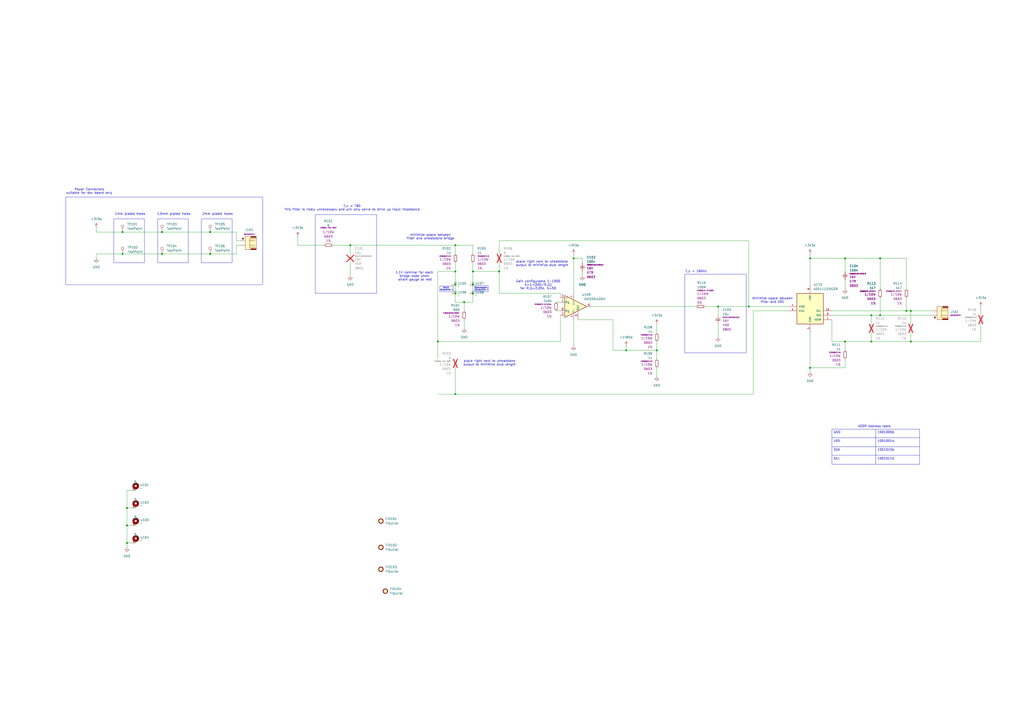
<source format=kicad_sch>
(kicad_sch (version 20250114) (generator "eeschema") (generator_version "9.0")
  (paper "A2")
  (lib_symbols
    (symbol "Amplifier_Instrumentation:INA333xxDGK" (pin_names (offset 0.127))
      (property "Reference" "U" (at 3.81 3.175 0))
      (property "Value" "INA333xxDGK" (at 3.81 -3.175 0))
      (symbol "INA333xxDGK_0_1"
        (polyline (pts (xy 7.62 0) (xy -5.08 6.35) (xy -5.08 -6.35) (xy 7.62 0)) (stroke (width 0.254)) (fill (type background)))
      )
      (symbol "INA333xxDGK_1_1"
        (pin input line (at -7.62 5.08 0) (length 2.54) (name "+") (number "3"))
        (pin passive line (at -7.62 2.54 0) (length 2.54) (name "Rg") (number "1"))
        (pin passive line (at -7.62 -2.54 0) (length 2.54) (name "Rg") (number "8"))
        (pin input line (at -7.62 -5.08 0) (length 2.54) (name "-") (number "2"))
        (pin power_in line (at 0 7.62 270) (length 3.81) (name "V+") (number "7"))
        (pin power_in line (at 0 -7.62 90) (length 3.81) (name "V-") (number "4"))
        (pin input line (at 2.54 -7.62 90) (length 5.08) (name "Ref") (number "5"))
        (pin output line (at 10.16 0 180) (length 2.54) (name "~") (number "6"))
      )
    )
    (symbol "Capacitor 12V Picogrid:22u" (pin_numbers (hide yes)) (pin_names (hide yes))
      (property "Reference" "C" (at 1.905 1.905 0))
      (property "Value" "22u" (at 1.905 0 0))
      (property "Mfr PN" "GMC21X5R226M16NT" (at 1.905 -1.905 0))
      (property "Voltage" "16V" (at 1.905 -3.81 0))
      (property "Dielectric" "X5R" (at 1.905 -5.715 0))
      (property "Package" "0805" (at 1.905 -7.62 0))
      (symbol "22u_0_1"
        (polyline (pts (xy -1.27 -2.159) (xy 1.27 -2.159)) (stroke (width 0.254)))
        (polyline (pts (xy -1.27 -2.921) (xy 1.27 -2.921)) (stroke (width 0.254)))
      )
      (symbol "22u_1_1"
        (pin passive line (at 0 0 270) (length 2.1) (name "+") (number "1"))
        (pin passive line (at 0 -5.08 90) (length 2.1) (name "-") (number "2"))
      )
    )
    (symbol "Connector:TestPoint" (pin_numbers (hide yes)) (pin_names (offset 0.762) (hide yes))
      (property "Reference" "TP" (at 0 6.858 0))
      (property "Value" "TestPoint" (at 0 5.08 0))
      (symbol "TestPoint_0_1"
        (circle (center 0 3.302) (radius 0.762))
      )
      (symbol "TestPoint_1_1"
        (pin passive line (at 0 0 90) (length 2.54) (name "1") (number "1"))
      )
    )
    (symbol "power:+3V3" (power) (pin_numbers (hide yes)) (pin_names (offset 0) (hide yes))
      (property "Value" "+3V3" (at 0 3.556 0))
      (symbol "+3V3_0_1"
        (polyline (pts (xy -0.762 1.27) (xy 0 2.54)))
        (polyline (pts (xy 0 2.54) (xy 0.762 1.27)))
        (polyline (pts (xy 0 0) (xy 0 2.54)))
      )
      (symbol "+3V3_1_1"
        (pin power_in line (at 0 0 90) (length 0) (name "~") (number "1"))
      )
    )
    (symbol "power:GND" (power) (pin_numbers (hide yes)) (pin_names (offset 0) (hide yes))
      (property "Value" "GND" (at 0 -3.81 0))
      (symbol "GND_0_1"
        (polyline (pts (xy 0 0) (xy 0 -1.27) (xy 1.27 -1.27) (xy 0 -2.54) (xy -1.27 -1.27) (xy 0 -1.27)))
      )
      (symbol "GND_1_1"
        (pin power_in line (at 0 0 270) (length 0) (name "~") (number "1"))
      )
    )
    (symbol "ulib_ADC_12b_16ch:ADS1113IDGSR" (pin_names (offset 1.016))
      (property "Reference" "U" (at 9.398 -20.066 0))
      (property "Value" "ADS1113IDGSR" (at 9.398 -22.86 0))
      (symbol "ADS1113IDGSR_0_0"
        (pin input line (at -5.08 -7.62 0) (length 5.08) (name "AIN0") (number "4"))
        (pin input line (at -5.08 -10.16 0) (length 5.08) (name "AIN1") (number "5"))
        (pin power_in line (at 7.62 5.08 270) (length 5.08) (name "VDD") (number "8"))
        (pin power_in line (at 7.62 -22.86 90) (length 5.08) (name "GND") (number "3"))
        (pin input line (at 20.32 -10.16 180) (length 5.08) (name "SCL") (number "10"))
        (pin bidirectional line (at 20.32 -12.7 180) (length 5.08) (name "SDA") (number "9"))
        (pin input line (at 20.32 -15.24 180) (length 5.08) (name "ADDR") (number "1"))
      )
      (symbol "ADS1113IDGSR_0_1"
        (rectangle (start 0 0) (end 15.24 -17.78) (stroke (width 0.254)) (fill (type background)))
      )
    )
    (symbol "ulib_Capacitor_SMD_250V:470p" (pin_numbers (hide yes)) (pin_names (hide yes))
      (property "Reference" "C" (at 1.905 1.905 0))
      (property "Value" "470p" (at 1.905 0 0))
      (property "Mfr PN" "C0603C471JAGACAUTO" (at 1.905 -1.905 0))
      (property "Voltage" "250V" (at 1.905 -3.81 0))
      (property "Dielectric" "C0G" (at 1.905 -5.715 0))
      (property "Package" "0603" (at 1.905 -7.62 0))
      (symbol "470p_0_1"
        (polyline (pts (xy -1.27 -2.159) (xy 1.27 -2.159)) (stroke (width 0.254)))
        (polyline (pts (xy -1.27 -2.921) (xy 1.27 -2.921)) (stroke (width 0.254)))
      )
      (symbol "470p_1_1"
        (pin passive line (at 0 0 270) (length 2.1) (name "+") (number "1"))
        (pin passive line (at 0 -5.08 90) (length 2.1) (name "-") (number "2"))
      )
    )
    (symbol "ulib_Connectors_DuraClik:502352-0210" (pin_numbers (hide yes)) (pin_names (hide yes))
      (property "Reference" "J" (at 0 -10.16 0))
      (property "Mfr PN" "5023520210" (at 1.27 -3.175 0))
      (symbol "502352-0210_0_1"
        (polyline (pts (xy -1.27 -8.89) (xy -1.27 -5.08) (xy 3.81 -5.08) (xy 3.81 -8.89)))
      )
      (symbol "502352-0210_1_1"
        (rectangle (start -2.54 -8.89) (end -1.905 -5.715) (fill (type outline)))
        (rectangle (start -2.54 -8.89) (end 5.08 -2.54) (fill (type background)))
        (circle (center -1.27 -1.27) (radius 0.0001) (stroke (width 1)) (fill (type outline)))
        (polyline (pts (xy 0 -5.08) (xy 0 -8.255)))
        (polyline (pts (xy 2.54 -5.08) (xy 2.54 -8.255)))
        (rectangle (start 4.445 -8.89) (end 5.08 -5.715) (fill (type outline)))
        (pin passive line (at 0 0 270) (length 2.54) (name "1") (number "1"))
        (pin passive line (at 2.54 0 270) (length 2.54) (name "2") (number "2"))
      )
    )
    (symbol "ulib_Mounting_Holes:Fiducial"
      (property "Reference" "FID" (at 0 5.08 0))
      (property "Value" "Fiducial" (at 0 3.175 0))
      (symbol "Fiducial_0_1"
        (circle (center 0 0) (radius 1.27) (stroke (width 0.508)) (fill (type background)))
      )
    )
    (symbol "ulib_Mounting_Holes:M2 Pad"
      (property "Reference" "U" (at 2.032 4.064 0))
      (symbol "M2 Pad_0_1"
        (circle (center 0 0) (radius 1.27) (stroke (width 1.27)))
      )
      (symbol "M2 Pad_1_1"
        (pin input line (at 0 -2.54 90) (length 2.54) (name "MP") (number "MP"))
      )
    )
    (symbol "ulib_Resistor_SMD_0.1W:0" (pin_numbers (hide yes)) (pin_names (hide yes))
      (property "Reference" "R" (at 1.905 1.905 0))
      (property "Value" "0" (at 1.905 0 0))
      (property "Mfr PN" "CR0603-10W-000T" (at 1.905 -1.905 0))
      (property "Power" "1/10W" (at 1.905 -3.81 0))
      (property "Package" "0603" (at 1.905 -7.62 0))
      (property "Tolerance" "1%" (at 1.905 -5.715 0))
      (symbol "0_0_1"
        (rectangle (start -0.762 -0.762) (end 0.762 -4.318) (stroke (width 0.2032)))
      )
      (symbol "0_1_1"
        (pin passive line (at 0 0 270) (length 0.762) (name "~") (number "1"))
        (pin passive line (at 0 -5.08 90) (length 0.762) (name "~") (number "2"))
      )
    )
    (symbol "ulib_TestPoints:Pad_0.15mm"
      (property "Reference" "U" (at 1.524 1.524 0))
      (symbol "Pad_0.15mm_0_1"
        (circle (center 0 0) (radius 0.508))
      )
      (symbol "Pad_0.15mm_1_1"
        (pin passive line (at 0 0 90) (length 0) (name "1") (number "1"))
      )
    )
  )
  (rectangle (start 38.1 114.3) (end 152.4 165.1))
  (rectangle (start 116.84 127) (end 134.62 152.4))
  (rectangle (start 275.3516 165.8004) (end 283.208 169.1613))
  (rectangle (start 66.04 127) (end 83.82 152.4))
  (rectangle (start 182.88 124.46) (end 218.44 170.18))
  (rectangle (start 397.256 159.004) (end 432.816 204.724))
  (rectangle (start 255.1356 165.9157) (end 263.0173 169.2592))
  (rectangle (start 91.44 127) (end 109.22 152.4))
  (text "Power Connectors\nsuitable for dev board only" (at 51.816 110.998 0) (effects (font (size 1.27 1.27))))
  (text "minimize space between\nfilter and ADC\n" (at 448.056 174.244 0) (effects (font (size 1.27 1.27))))
  (text "Strain \nSerpentine 1" (at 259.08 167.64 0) (effects (font (size 0.762 0.762))))
  (text "minimize space between\nfilter and wheatstone bridge" (at 249.682 137.414 0) (effects (font (size 1.27 1.27))))
  (text "2mm plated holes\n" (at 126.238 124.206 0) (effects (font (size 1.27 1.27))))
  (text "place right next to wheatstone\noutput to minimize stub length" (at 314.452 152.908 0) (effects (font (size 1.27 1.27))))
  (text "place right next to wheatstone\noutput to minimize stub length" (at 283.972 210.566 0) (effects (font (size 1.27 1.27))))
  (text "Gain configurable 1-1000\nG=1+(50k/R_G)\nfor R_G=2.05k, G=50" (at 312.166 165.354 0) (effects (font (size 1.27 1.27))))
  (text "f_c = TBD\nThis filter is likely unnecessary and will only serve to drive up input impedance" (at 204.216 120.65 0) (effects (font (size 1.27 1.27))))
  (text "1.5mm plated holes\n" (at 100.838 124.206 0) (effects (font (size 1.27 1.27))))
  (text "1mm plated holes\n" (at 75.438 124.206 0) (effects (font (size 1.27 1.27))))
  (text "1.1V nominal for each \nbridge node when \nstrain gauge at rest" (at 240.792 160.274 0) (effects (font (size 1.27 1.27))))
  (text "ADDR Address table" (at 507.238 247.396 0) (effects (font (size 1.27 1.27))))
  (text "Compression \nSerpentine 1" (at 279.4 167.64 0) (effects (font (size 0.762 0.762))))
  (text "f_c = 160Hz" (at 403.86 157.48 0) (effects (font (size 1.27 1.27))))
  (junction (at 93.98 134.62))
  (junction (at 274.32 170.1806))
  (junction (at 289.56 157.48))
  (junction (at 73.66 314.96))
  (junction (at 528.32 180.34))
  (junction (at 363.22 203.2))
  (junction (at 264.16 142.24))
  (junction (at 525.78 180.34))
  (junction (at 269.24 175.26))
  (junction (at 469.9 213.36))
  (junction (at 490.22 149.86))
  (junction (at 416.56 177.8))
  (junction (at 264.16 165.1))
  (junction (at 264.16 170.18))
  (junction (at 505.46 198.12))
  (junction (at 528.32 198.12))
  (junction (at 264.16 228.6))
  (junction (at 274.32 165.1))
  (junction (at 121.92 147.32))
  (junction (at 510.54 149.86))
  (junction (at 490.22 198.12))
  (junction (at 73.66 294.64))
  (junction (at 71.12 147.32))
  (junction (at 93.98 147.32))
  (junction (at 73.66 304.8))
  (junction (at 203.2 142.24))
  (junction (at 71.12 134.62))
  (junction (at 264.16 157.48))
  (junction (at 121.92 134.62))
  (junction (at 274.32 157.48))
  (junction (at 469.9 149.86))
  (junction (at 332.74 149.86))
  (junction (at 434.34 177.8))
  (junction (at 254 198.12))
  (junction (at 505.46 182.88))
  (junction (at 381 203.2))
  (junction (at 510.54 182.88))
  (wire (pts (xy 490.22 203.2) (xy 490.22 198.12)))
  (wire (pts (xy 342.9 177.8) (xy 403.86 177.8)))
  (wire (pts (xy 137.16 142.24) (xy 139.7 142.24)))
  (wire (pts (xy 121.92 134.62) (xy 137.16 134.62)))
  (wire (pts (xy 528.32 180.34) (xy 528.32 187.96)))
  (wire (pts (xy 469.9 215.9) (xy 469.9 213.36)))
  (wire (pts (xy 322.58 180.34) (xy 325.12 180.34)))
  (wire (pts (xy 73.66 294.64) (xy 73.66 304.8)))
  (wire (pts (xy 93.98 134.62) (xy 121.92 134.62)))
  (wire (pts (xy 274.32 152.4) (xy 274.32 157.48)))
  (wire (pts (xy 289.56 157.48) (xy 289.56 170.18)))
  (wire (pts (xy 274.32 165.1) (xy 274.32 170.1806)))
  (wire (pts (xy 269.24 175.26) (xy 269.24 180.34)))
  (wire (pts (xy 355.6 203.2) (xy 363.22 203.2)))
  (wire (pts (xy 55.88 134.62) (xy 71.12 134.62)))
  (wire (pts (xy 436.88 228.6) (xy 264.16 228.6)))
  (wire (pts (xy 289.56 147.32) (xy 289.56 139.7)))
  (wire (pts (xy 274.32 157.48) (xy 274.32 165.1)))
  (wire (pts (xy 73.66 304.8) (xy 73.66 314.96)))
  (wire (pts (xy 510.54 182.88) (xy 541.02 182.88)))
  (wire (pts (xy 71.12 147.32) (xy 93.98 147.32)))
  (wire (pts (xy 172.72 137.16) (xy 172.72 142.24)))
  (wire (pts (xy 73.66 294.64) (xy 78.74 294.64)))
  (wire (pts (xy 408.94 177.8) (xy 416.56 177.8)))
  (wire (pts (xy 203.2 142.24) (xy 264.16 142.24)))
  (wire (pts (xy 78.74 284.48) (xy 73.66 284.48)))
  (wire (pts (xy 254 157.48) (xy 254 198.12)))
  (wire (pts (xy 335.28 185.42) (xy 355.6 185.42)))
  (wire (pts (xy 137.16 134.62) (xy 137.16 139.7)))
  (wire (pts (xy 264.16 165.1) (xy 264.16 170.18)))
  (wire (pts (xy 355.6 203.2) (xy 355.6 185.42)))
  (wire (pts (xy 490.22 162.56) (xy 490.22 167.64)))
  (wire (pts (xy 381 187.96) (xy 381 193.04)))
  (wire (pts (xy 172.72 142.24) (xy 187.96 142.24)))
  (wire (pts (xy 525.78 172.72) (xy 525.78 180.34)))
  (wire (pts (xy 482.6 182.88) (xy 505.46 182.88)))
  (wire (pts (xy 203.2 152.4) (xy 203.2 160.02)))
  (wire (pts (xy 505.46 182.88) (xy 510.54 182.88)))
  (wire (pts (xy 289.56 139.7) (xy 434.34 139.7)))
  (wire (pts (xy 264.16 228.6) (xy 264.16 213.36)))
  (wire (pts (xy 274.32 170.1806) (xy 274.32 175.26)))
  (wire (pts (xy 337.82 152.4) (xy 337.82 149.86)))
  (wire (pts (xy 71.12 134.62) (xy 93.98 134.62)))
  (wire (pts (xy 381 198.12) (xy 381 203.2)))
  (wire (pts (xy 203.2 142.24) (xy 203.2 147.32)))
  (wire (pts (xy 525.78 180.34) (xy 528.32 180.34)))
  (wire (pts (xy 469.9 149.86) (xy 490.22 149.86)))
  (wire (pts (xy 274.32 142.24) (xy 274.32 147.32)))
  (wire (pts (xy 469.9 213.36) (xy 490.22 213.36)))
  (wire (pts (xy 436.88 180.34) (xy 457.2 180.34)))
  (wire (pts (xy 269.24 175.26) (xy 274.32 175.26)))
  (wire (pts (xy 264.16 228.6) (xy 254 228.6)))
  (wire (pts (xy 289.56 170.18) (xy 325.12 170.18)))
  (wire (pts (xy 93.98 147.32) (xy 121.92 147.32)))
  (wire (pts (xy 325.12 170.18) (xy 325.12 172.72)))
  (wire (pts (xy 337.82 157.48) (xy 337.82 160.02)))
  (wire (pts (xy 289.56 157.48) (xy 289.56 152.4)))
  (wire (pts (xy 505.46 198.12) (xy 490.22 198.12)))
  (wire (pts (xy 469.9 193.04) (xy 469.9 213.36)))
  (wire (pts (xy 73.66 284.48) (xy 73.66 294.64)))
  (wire (pts (xy 568.96 187.96) (xy 568.96 198.12)))
  (wire (pts (xy 381 213.36) (xy 381 218.44)))
  (wire (pts (xy 254 208.28) (xy 254 198.12)))
  (wire (pts (xy 363.22 203.2) (xy 381 203.2)))
  (wire (pts (xy 528.32 180.34) (xy 541.02 180.34)))
  (wire (pts (xy 55.88 147.32) (xy 71.12 147.32)))
  (wire (pts (xy 525.78 167.64) (xy 525.78 149.86)))
  (wire (pts (xy 332.74 147.32) (xy 332.74 149.86)))
  (wire (pts (xy 490.22 198.12) (xy 482.6 198.12)))
  (wire (pts (xy 264.16 175.26) (xy 269.24 175.26)))
  (wire (pts (xy 482.6 180.34) (xy 525.78 180.34)))
  (wire (pts (xy 121.92 147.32) (xy 137.16 147.32)))
  (wire (pts (xy 505.46 193.04) (xy 505.46 198.12)))
  (wire (pts (xy 381 203.2) (xy 381 208.28)))
  (wire (pts (xy 505.46 182.88) (xy 505.46 187.96)))
  (wire (pts (xy 274.32 157.48) (xy 289.56 157.48)))
  (wire (pts (xy 264.16 170.18) (xy 264.16 175.26)))
  (wire (pts (xy 264.16 157.48) (xy 254 157.48)))
  (wire (pts (xy 510.54 149.86) (xy 525.78 149.86)))
  (wire (pts (xy 78.74 314.96) (xy 73.66 314.96)))
  (wire (pts (xy 332.74 149.86) (xy 332.74 170.18)))
  (wire (pts (xy 264.16 142.24) (xy 274.32 142.24)))
  (wire (pts (xy 436.88 180.34) (xy 436.88 228.6)))
  (wire (pts (xy 73.66 314.96) (xy 73.66 317.5)))
  (wire (pts (xy 490.22 149.86) (xy 510.54 149.86)))
  (wire (pts (xy 264.16 157.48) (xy 264.16 165.1)))
  (wire (pts (xy 482.6 198.12) (xy 482.6 185.42)))
  (wire (pts (xy 269.24 185.42) (xy 269.24 190.5)))
  (wire (pts (xy 363.22 200.66) (xy 363.22 203.2)))
  (wire (pts (xy 469.9 147.32) (xy 469.9 149.86)))
  (wire (pts (xy 434.34 177.8) (xy 457.2 177.8)))
  (wire (pts (xy 490.22 149.86) (xy 490.22 157.48)))
  (wire (pts (xy 264.16 152.4) (xy 264.16 157.48)))
  (wire (pts (xy 528.32 198.12) (xy 505.46 198.12)))
  (wire (pts (xy 254 198.12) (xy 325.12 198.12)))
  (wire (pts (xy 528.32 193.04) (xy 528.32 198.12)))
  (wire (pts (xy 528.32 198.12) (xy 568.96 198.12)))
  (wire (pts (xy 416.56 187.96) (xy 416.56 195.58)))
  (wire (pts (xy 325.12 198.12) (xy 325.12 182.88)))
  (wire (pts (xy 337.82 149.86) (xy 332.74 149.86)))
  (wire (pts (xy 490.22 208.28) (xy 490.22 213.36)))
  (wire (pts (xy 416.56 177.8) (xy 416.56 182.88)))
  (wire (pts (xy 568.96 177.8) (xy 568.96 182.88)))
  (wire (pts (xy 416.56 177.8) (xy 434.34 177.8)))
  (wire (pts (xy 322.58 175.26) (xy 325.12 175.26)))
  (wire (pts (xy 510.54 167.64) (xy 510.54 149.86)))
  (wire (pts (xy 332.74 185.42) (xy 332.74 200.66)))
  (wire (pts (xy 264.16 142.24) (xy 264.16 147.32)))
  (wire (pts (xy 137.16 139.7) (xy 139.7 139.7)))
  (wire (pts (xy 137.16 147.32) (xy 137.16 142.24)))
  (wire (pts (xy 510.54 172.72) (xy 510.54 182.88)))
  (wire (pts (xy 434.34 177.8) (xy 434.34 139.7)))
  (wire (pts (xy 55.88 149.86) (xy 55.88 147.32)))
  (wire (pts (xy 73.66 304.8) (xy 78.74 304.8)))
  (wire (pts (xy 469.9 149.86) (xy 469.9 165.1)))
  (wire (pts (xy 193.04 142.24) (xy 203.2 142.24)))
  (wire (pts (xy 55.88 132.08) (xy 55.88 134.62)))
  (table (column_count 2) (border (external yes) (header yes)) (separators (rows yes) (cols yes)) (column_widths 25.4 25.4) (row_heights 5.08 5.08 5.08 5.08) (cells (table_cell "GND" (at 482.6 248.92 0) (size 25.4 5.08) (margins 0.9525 0.9525 0.9525 0.9525) (span 1 1)) (table_cell "1001000b" (at 508 248.92 0) (size 25.4 5.08) (margins 0.9525 0.9525 0.9525 0.9525) (span 1 1)) (table_cell "VDD" (at 482.6 254 0) (size 25.4 5.08) (margins 0.9525 0.9525 0.9525 0.9525) (span 1 1)) (table_cell "1001001b" (at 508 254 0) (size 25.4 5.08) (margins 0.9525 0.9525 0.9525 0.9525) (span 1 1)) (table_cell "SDA" (at 482.6 259.08 0) (size 25.4 5.08) (margins 0.9525 0.9525 0.9525 0.9525) (span 1 1)) (table_cell "1001010b" (at 508 259.08 0) (size 25.4 5.08) (margins 0.9525 0.9525 0.9525 0.9525) (span 1 1)) (table_cell "SCL" (at 482.6 264.16 0) (size 25.4 5.08) (margins 0.9525 0.9525 0.9525 0.9525) (span 1 1)) (table_cell "1001011b" (at 508 264.16 0) (size 25.4 5.08) (margins 0.9525 0.9525 0.9525 0.9525) (span 1 1))))
  (symbol (lib_id "ulib_Mounting_Holes:Fiducial") (at 220.98 302.26 0) (unit 1)
    (property "Reference" "FID101" (at 223.52 300.9899 0) (effects (justify left)))
    (property "Value" "Fiducial" (at 223.52 303.5299 0) (effects (justify left)))
    (property "Footprint" "ulib_Mechanical:Fiducial_0.5mm_Mask1mm" (effects (hide yes)))
    (property "Description" "Fiducial Marker" (effects (hide yes)))
  )
  (symbol (lib_id "power:+3V3") (at 469.9 147.32 0) (unit 1)
    (property "Reference" "#PWR0114" (effects (hide yes)))
    (property "Value" "+3V3a" (at 469.9 142.24 0))
    (property "Description" "Power symbol creates a global label with name \"+3V3\"" (effects (hide yes)))
  )
  (symbol (lib_id "ulib_Mounting_Holes:M2 Pad") (at 78.74 302.26 0) (unit 1)
    (property "Reference" "U103" (at 81.28 301.6249 0) (effects (justify left)))
    (property "Value" "~" (at 81.28 303.53 0) (effects (justify left)))
    (property "Footprint" "ulib_Mechanical:MountingHole_3.2mm_M2_Pad_Via" (effects (hide yes)))
  )
  (symbol (lib_id "ulib_TestPoints:Pad_0.15mm") (at 264.16 165.1 0) (unit 1)
    (property "Reference" "U105" (at 265.43 164.4649 0) (effects (justify left)))
    (property "Value" "~" (at 265.43 166.37 0) (effects (justify left)))
    (property "Footprint" "TestPoint:TestPoint_Pad_D0.15mm" (effects (hide yes)))
  )
  (symbol (lib_id "power:+3V3") (at 55.88 132.08 0) (unit 1)
    (property "Reference" "#PWR0101" (effects (hide yes)))
    (property "Value" "+3V3a" (at 55.88 127 0))
    (property "Description" "Power symbol creates a global label with name \"+3V3\"" (effects (hide yes)))
  )
  (symbol (lib_id "ulib_Mounting_Holes:Fiducial") (at 220.98 317.5 0) (unit 1)
    (property "Reference" "FID102" (at 223.52 316.2299 0) (effects (justify left)))
    (property "Value" "Fiducial" (at 223.52 318.7699 0) (effects (justify left)))
    (property "Footprint" "ulib_Mechanical:Fiducial_0.5mm_Mask1mm" (effects (hide yes)))
    (property "Description" "Fiducial Marker" (effects (hide yes)))
  )
  (symbol (lib_id "Connector:TestPoint") (at 121.92 147.32 0) (unit 1)
    (property "Reference" "TP106" (at 124.46 142.7479 0) (effects (justify left)))
    (property "Value" "TestPoint" (at 124.46 145.2879 0) (effects (justify left)))
    (property "Footprint" "TestPoint:TestPoint_THTPad_D4.0mm_Drill2.0mm" (effects (hide yes)))
    (property "Description" "test point" (effects (hide yes)))
  )
  (symbol (lib_id "ulib_Resistor_SMD_0.1W:0") (at 408.94 177.8 270) (mirror x) (unit 1)
    (property "Reference" "R110" (at 404.368 164.084 90) (effects (justify left)))
    (property "Value" "100R" (at 404.368 166.624 90) (effects (justify left)))
    (property "Footprint" "ulib_Resistors_SMD:R_0603_1608Metric" (effects (hide yes)))
    (property "Datasheet" "https://page.venkel.com/hubfs/Resources/Datasheets/CR-Series.pdf" (effects (hide yes)))
    (property "Description" "1/10W 0 1% SMD Resistor - Thick Film" (effects (hide yes)))
    (property "Mfr PN" "RC0603JR-07100RL" (at 404.368 168.5291 90) (effects (font (size 0.635 0.635)) (justify left)))
    (property "Power" "1/10W" (at 404.368 170.434 90) (effects (justify left)))
    (property "Package" "0603" (at 404.368 172.974 90) (effects (justify left)))
    (property "Tolerance" "5%" (at 404.368 175.514 90) (effects (justify left)))
  )
  (symbol (lib_id "ulib_Mounting_Holes:M2 Pad") (at 78.74 312.42 0) (unit 1)
    (property "Reference" "U104" (at 81.28 311.7849 0) (effects (justify left)))
    (property "Value" "~" (at 81.28 313.69 0) (effects (justify left)))
    (property "Footprint" "ulib_Mechanical:MountingHole_3.2mm_M2_Pad_Via" (effects (hide yes)))
  )
  (symbol (lib_id "ulib_Resistor_SMD_0.1W:0") (at 264.16 208.28 0) (mirror y) (unit 1) (in_bom no) (dnp yes)
    (property "Reference" "R103" (at 261.62 205.1049 0) (effects (justify left)))
    (property "Value" "0" (at 261.62 207.6449 0) (effects (justify left)))
    (property "Footprint" "ulib_Resistors_SMD:R_0603_1608Metric" (effects (hide yes)))
    (property "Datasheet" "https://page.venkel.com/hubfs/Resources/Datasheets/CR-Series.pdf" (effects (hide yes)))
    (property "Description" "1/10W 0 1% SMD Resistor - Thick Film" (effects (hide yes)))
    (property "Mfr PN" "CR0603-10W-000T" (at 261.62 209.55 0) (effects (font (size 0.635 0.635)) (justify left)))
    (property "Power" "1/10W" (at 261.62 211.4549 0) (effects (justify left)))
    (property "Package" "0603" (at 261.62 213.9949 0) (effects (justify left)))
    (property "Tolerance" "1%" (at 261.62 216.5349 0) (effects (justify left)))
  )
  (symbol (lib_id "ulib_Resistor_SMD_0.1W:0") (at 193.04 142.24 270) (unit 1)
    (property "Reference" "R101" (at 190.5 128.27 90))
    (property "Value" "0" (at 190.5 130.81 90))
    (property "Footprint" "ulib_Resistors_SMD:R_0603_1608Metric" (effects (hide yes)))
    (property "Datasheet" "https://page.venkel.com/hubfs/Resources/Datasheets/CR-Series.pdf" (effects (hide yes)))
    (property "Description" "1/10W 0 1% SMD Resistor - Thick Film" (effects (hide yes)))
    (property "Mfr PN" "CR0603-10W-000T" (at 190.5 132.08 90) (effects (font (size 0.635 0.635))))
    (property "Power" "1/10W" (at 190.5 134.62 90))
    (property "Package" "0603" (at 190.5 137.16 90))
    (property "Tolerance" "1%" (at 190.5 139.7 90))
  )
  (symbol (lib_id "power:+3V3") (at 172.72 137.16 0) (unit 1)
    (property "Reference" "#PWR0104" (effects (hide yes)))
    (property "Value" "+3V3a" (at 172.72 132.08 0))
    (property "Description" "Power symbol creates a global label with name \"+3V3\"" (effects (hide yes)))
  )
  (symbol (lib_id "ulib_Resistor_SMD_0.1W:0") (at 568.96 182.88 0) (mirror y) (unit 1) (in_bom no) (dnp yes)
    (property "Reference" "R116" (at 566.42 179.7049 0) (effects (justify left)))
    (property "Value" "1k" (at 566.42 182.2449 0) (effects (justify left)))
    (property "Footprint" "ulib_Resistors_SMD:R_0603_1608Metric" (effects (hide yes)))
    (property "Datasheet" "https://page.venkel.com/hubfs/Resources/Datasheets/CR-Series.pdf" (effects (hide yes)))
    (property "Description" "1/10W 0 1% SMD Resistor - Thick Film" (effects (hide yes)))
    (property "Mfr PN" "CRG0603F1K0" (at 566.42 184.15 0) (effects (font (size 0.635 0.635)) (justify left)))
    (property "Power" "1/10W" (at 566.42 186.0549 0) (effects (justify left)))
    (property "Package" "0603" (at 566.42 188.5949 0) (effects (justify left)))
    (property "Tolerance" "1%" (at 566.42 191.1349 0) (effects (justify left)))
  )
  (symbol (lib_id "ulib_Mounting_Holes:M2 Pad") (at 78.74 292.1 0) (unit 1)
    (property "Reference" "U102" (at 81.28 291.4649 0) (effects (justify left)))
    (property "Value" "~" (at 81.28 293.37 0) (effects (justify left)))
    (property "Footprint" "ulib_Mechanical:MountingHole_3.2mm_M2_Pad_Via" (effects (hide yes)))
  )
  (symbol (lib_id "Amplifier_Instrumentation:INA333xxDGK") (at 332.74 177.8 0) (unit 1)
    (property "Reference" "U109" (at 340.106 170.942 0))
    (property "Value" "INA333xxDGK" (at 344.932 173.4118 0))
    (property "Footprint" "Package_SO:VSSOP-8_3x3mm_P0.65mm" (effects (hide yes)))
    (property "Datasheet" "https://www.ti.com/lit/ds/symlink/ina333.pdf" (effects (hide yes)))
    (property "Description" "Zero Drift, Micropower Instrumentation Amplifier G = 1 + 100kOhm/Rg, VSSOP-8" (effects (hide yes)))
  )
  (symbol (lib_id "power:GND") (at 381 218.44 0) (mirror y) (unit 1)
    (property "Reference" "#PWR0112" (effects (hide yes)))
    (property "Value" "GND" (at 381 223.52 0))
    (property "Description" "Power symbol creates a global label with name \"GND\" , ground" (effects (hide yes)))
  )
  (symbol (lib_id "power:GND") (at 337.82 160.02 0) (unit 1)
    (property "Reference" "#PWR0109" (effects (hide yes)))
    (property "Value" "GND" (at 337.82 165.1 0))
    (property "Description" "Power symbol creates a global label with name \"GND\" , ground" (effects (hide yes)))
  )
  (symbol (lib_id "ulib_Resistor_SMD_0.1W:0") (at 525.78 167.64 0) (mirror y) (unit 1)
    (property "Reference" "R114" (at 523.24 164.4649 0) (effects (justify left)))
    (property "Value" "4k7" (at 523.24 167.0049 0) (effects (justify left)))
    (property "Footprint" "ulib_Resistors_SMD:R_0603_1608Metric" (effects (hide yes)))
    (property "Datasheet" "https://page.venkel.com/hubfs/Resources/Datasheets/CR-Series.pdf" (effects (hide yes)))
    (property "Description" "1/10W 0 1% SMD Resistor - Thick Film" (effects (hide yes)))
    (property "Mfr PN" "RC0603JR-074K7L" (at 523.24 168.91 0) (effects (font (size 0.635 0.635)) (justify left)))
    (property "Power" "1/10W" (at 523.24 170.8149 0) (effects (justify left)))
    (property "Package" "0603" (at 523.24 173.3549 0) (effects (justify left)))
    (property "Tolerance" "1%" (at 523.24 175.8949 0) (effects (justify left)))
  )
  (symbol (lib_id "ulib_Mounting_Holes:Fiducial") (at 223.52 342.9 0) (unit 1)
    (property "Reference" "FID104" (at 226.06 341.6299 0) (effects (justify left)))
    (property "Value" "Fiducial" (at 226.06 344.1699 0) (effects (justify left)))
    (property "Footprint" "ulib_Mechanical:Fiducial_0.5mm_Mask1mm" (effects (hide yes)))
    (property "Description" "Fiducial Marker" (effects (hide yes)))
  )
  (symbol (lib_id "power:GND") (at 203.2 160.02 0) (unit 1)
    (property "Reference" "#PWR0105" (effects (hide yes)))
    (property "Value" "GND" (at 203.2 165.1 0))
    (property "Description" "Power symbol creates a global label with name \"GND\" , ground" (effects (hide yes)))
  )
  (symbol (lib_id "power:+3V3") (at 332.74 147.32 0) (unit 1)
    (property "Reference" "#PWR0107" (effects (hide yes)))
    (property "Value" "+3V3a" (at 332.74 142.24 0))
    (property "Description" "Power symbol creates a global label with name \"+3V3\"" (effects (hide yes)))
  )
  (symbol (lib_id "ulib_Resistor_SMD_0.1W:0") (at 381 208.28 0) (mirror y) (unit 1)
    (property "Reference" "R109" (at 378.46 205.1049 0) (effects (justify left)))
    (property "Value" "1k" (at 378.46 207.6449 0) (effects (justify left)))
    (property "Footprint" "ulib_Resistors_SMD:R_0603_1608Metric" (effects (hide yes)))
    (property "Datasheet" "https://page.venkel.com/hubfs/Resources/Datasheets/CR-Series.pdf" (effects (hide yes)))
    (property "Description" "1/10W 0 1% SMD Resistor - Thick Film" (effects (hide yes)))
    (property "Mfr PN" "CRG0603F1K0" (at 378.46 209.55 0) (effects (font (size 0.635 0.635)) (justify left)))
    (property "Power" "1/10W" (at 378.46 211.4549 0) (effects (justify left)))
    (property "Package" "0603" (at 378.46 213.9949 0) (effects (justify left)))
    (property "Tolerance" "1%" (at 378.46 216.5349 0) (effects (justify left)))
  )
  (symbol (lib_id "ulib_Resistor_SMD_0.1W:0") (at 381 193.04 0) (mirror y) (unit 1)
    (property "Reference" "R108" (at 378.46 189.8649 0) (effects (justify left)))
    (property "Value" "1k" (at 378.46 192.4049 0) (effects (justify left)))
    (property "Footprint" "ulib_Resistors_SMD:R_0603_1608Metric" (effects (hide yes)))
    (property "Datasheet" "https://page.venkel.com/hubfs/Resources/Datasheets/CR-Series.pdf" (effects (hide yes)))
    (property "Description" "1/10W 0 1% SMD Resistor - Thick Film" (effects (hide yes)))
    (property "Mfr PN" "CRG0603F1K0" (at 378.46 194.31 0) (effects (font (size 0.635 0.635)) (justify left)))
    (property "Power" "1/10W" (at 378.46 196.2149 0) (effects (justify left)))
    (property "Package" "0603" (at 378.46 198.7549 0) (effects (justify left)))
    (property "Tolerance" "1%" (at 378.46 201.2949 0) (effects (justify left)))
  )
  (symbol (lib_id "ulib_Mounting_Holes:Fiducial") (at 220.98 330.2 0) (unit 1)
    (property "Reference" "FID103" (at 223.52 328.9299 0) (effects (justify left)))
    (property "Value" "Fiducial" (at 223.52 331.4699 0) (effects (justify left)))
    (property "Footprint" "ulib_Mechanical:Fiducial_0.5mm_Mask1mm" (effects (hide yes)))
    (property "Description" "Fiducial Marker" (effects (hide yes)))
  )
  (symbol (lib_id "ulib_Resistor_SMD_0.1W:0") (at 289.56 147.32 0) (unit 1) (in_bom no) (dnp yes)
    (property "Reference" "R106" (at 292.1 144.1449 0) (effects (justify left)))
    (property "Value" "0" (at 292.1 146.6849 0) (effects (justify left)))
    (property "Footprint" "ulib_Resistors_SMD:R_0603_1608Metric" (effects (hide yes)))
    (property "Datasheet" "https://page.venkel.com/hubfs/Resources/Datasheets/CR-Series.pdf" (effects (hide yes)))
    (property "Description" "1/10W 0 1% SMD Resistor - Thick Film" (effects (hide yes)))
    (property "Mfr PN" "CR0603-10W-000T" (at 292.1 148.59 0) (effects (font (size 0.635 0.635)) (justify left)))
    (property "Power" "1/10W" (at 292.1 150.4949 0) (effects (justify left)))
    (property "Package" "0603" (at 292.1 153.0349 0) (effects (justify left)))
    (property "Tolerance" "1%" (at 292.1 155.5749 0) (effects (justify left)))
  )
  (symbol (lib_id "power:GND") (at 73.66 317.5 0) (unit 1)
    (property "Reference" "#PWR0103" (effects (hide yes)))
    (property "Value" "GND" (at 73.66 322.58 0))
    (property "Description" "Power symbol creates a global label with name \"GND\" , ground" (effects (hide yes)))
  )
  (symbol (lib_id "ulib_Connectors_DuraClik:502352-0210") (at 541.02 182.88 90) (unit 1)
    (property "Reference" "J102" (at 551.18 180.9749 90) (effects (justify right)))
    (property "Value" "502352-0210" (effects (hide yes)))
    (property "Footprint" "ulib_Connectors_DuraClik:Molex_DuraClik_5023520210_1x02_MP_P2.00mm_Right_Angle" (effects (hide yes)))
    (property "Datasheet" "https://www.literature.molex.com/SQLImages/kelmscott/Molex/PDF_Images/987650-8742.PDF" (effects (hide yes)))
    (property "Description" "DuraClik SMD Header, Single Row, Right-Angle, 2 Circuits, Gold (Au) Plating, Natural, 0.079\" (2.00mm)" (effects (hide yes)))
    (property "Mfr PN" "5023520210" (at 551.18 182.88 90) (effects (font (size 0.635 0.635)) (justify right)))
  )
  (symbol (lib_id "Capacitor 12V Picogrid:22u") (at 203.2 147.32 0) (unit 1) (in_bom no) (dnp yes)
    (property "Reference" "C101" (at 205.74 144.1449 0) (effects (justify left)))
    (property "Value" "10u" (at 205.74 146.6849 0) (effects (justify left)))
    (property "Footprint" "ulib_Capacitor_SMD:C_0805_2012Metric" (effects (hide yes)))
    (property "Datasheet" "http://www.calchipelectronics.com/pdf/gmc_series.pdf" (effects (hide yes)))
    (property "Description" "16V; X5R; 20%; 0805; GMC21X5R226M16NT" (effects (hide yes)))
    (property "Mfr PN" "GMC21X5R226M16NT" (at 205.74 148.59 0) (effects (font (size 0.635 0.635)) (justify left)))
    (property "Voltage" "16V" (at 205.74 150.4949 0) (effects (justify left)))
    (property "Dielectric" "X5R" (at 205.74 153.0349 0) (effects (justify left)))
    (property "Package" "0805" (at 205.74 155.5749 0) (effects (justify left)))
  )
  (symbol (lib_id "ulib_Resistor_SMD_0.1W:0") (at 510.54 167.64 0) (mirror y) (unit 1)
    (property "Reference" "R113" (at 508 164.4649 0) (effects (justify left)))
    (property "Value" "4k7" (at 508 167.0049 0) (effects (justify left)))
    (property "Footprint" "ulib_Resistors_SMD:R_0603_1608Metric" (effects (hide yes)))
    (property "Datasheet" "https://page.venkel.com/hubfs/Resources/Datasheets/CR-Series.pdf" (effects (hide yes)))
    (property "Description" "1/10W 0 1% SMD Resistor - Thick Film" (effects (hide yes)))
    (property "Mfr PN" "RC0603JR-074K7L" (at 508 168.91 0) (effects (font (size 0.635 0.635)) (justify left)))
    (property "Power" "1/10W" (at 508 170.8149 0) (effects (justify left)))
    (property "Package" "0603" (at 508 173.3549 0) (effects (justify left)))
    (property "Tolerance" "1%" (at 508 175.8949 0) (effects (justify left)))
  )
  (symbol (lib_id "Connector:TestPoint") (at 93.98 147.32 0) (unit 1)
    (property "Reference" "TP104" (at 96.52 142.7479 0) (effects (justify left)))
    (property "Value" "TestPoint" (at 96.52 145.2879 0) (effects (justify left)))
    (property "Footprint" "TestPoint:TestPoint_THTPad_D3.0mm_Drill1.5mm" (effects (hide yes)))
    (property "Description" "test point" (effects (hide yes)))
  )
  (symbol (lib_id "ulib_TestPoints:Pad_0.15mm") (at 274.32 165.1 0) (unit 1)
    (property "Reference" "U107" (at 275.59 164.4649 0) (effects (justify left)))
    (property "Value" "~" (at 275.59 166.37 0) (effects (justify left)))
    (property "Footprint" "TestPoint:TestPoint_Pad_D0.15mm" (effects (hide yes)))
  )
  (symbol (lib_id "ulib_Resistor_SMD_0.1W:0") (at 269.24 180.34 0) (mirror y) (unit 1)
    (property "Reference" "R104" (at 266.7 177.1649 0) (effects (justify left)))
    (property "Value" "500" (at 266.7 179.7049 0) (effects (justify left)))
    (property "Footprint" "ulib_Resistors_SMD:R_0603_1608Metric" (effects (hide yes)))
    (property "Datasheet" "https://page.venkel.com/hubfs/Resources/Datasheets/CR-Series.pdf" (effects (hide yes)))
    (property "Description" "1/10W 0 1% SMD Resistor - Thick Film" (effects (hide yes)))
    (property "Mfr PN" "RT0603BRC07500RL" (at 266.7 181.61 0) (effects (font (size 0.635 0.635)) (justify left)))
    (property "Power" "1/10W" (at 266.7 183.5149 0) (effects (justify left)))
    (property "Package" "0603" (at 266.7 186.0549 0) (effects (justify left)))
    (property "Tolerance" "1%" (at 266.7 188.5949 0) (effects (justify left)))
  )
  (symbol (lib_id "power:GND") (at 469.9 215.9 0) (unit 1)
    (property "Reference" "#PWR0115" (effects (hide yes)))
    (property "Value" "GND" (at 469.9 220.98 0))
    (property "Description" "Power symbol creates a global label with name \"GND\" , ground" (effects (hide yes)))
  )
  (symbol (lib_id "ulib_Resistor_SMD_0.1W:0") (at 528.32 187.96 0) (mirror y) (unit 1) (in_bom no) (dnp yes)
    (property "Reference" "R115" (at 525.78 184.7849 0) (effects (justify left)))
    (property "Value" "1k" (at 525.78 187.3249 0) (effects (justify left)))
    (property "Footprint" "ulib_Resistors_SMD:R_0603_1608Metric" (effects (hide yes)))
    (property "Datasheet" "https://page.venkel.com/hubfs/Resources/Datasheets/CR-Series.pdf" (effects (hide yes)))
    (property "Description" "1/10W 0 1% SMD Resistor - Thick Film" (effects (hide yes)))
    (property "Mfr PN" "CRG0603F1K0" (at 525.78 189.23 0) (effects (font (size 0.635 0.635)) (justify left)))
    (property "Power" "1/10W" (at 525.78 191.1349 0) (effects (justify left)))
    (property "Package" "0603" (at 525.78 193.6749 0) (effects (justify left)))
    (property "Tolerance" "1%" (at 525.78 196.2149 0) (effects (justify left)))
  )
  (symbol (lib_id "ulib_Capacitor_SMD_250V:470p") (at 490.22 157.48 0) (unit 1)
    (property "Reference" "C104" (at 492.76 154.3049 0) (effects (justify left)))
    (property "Value" "100n" (at 492.76 156.8449 0) (effects (justify left)))
    (property "Footprint" "ulib_Capacitor_SMD:C_0603_1608Metric" (effects (hide yes)))
    (property "Datasheet" "https://connect.kemet.com:7667/gateway/IntelliData-ComponentDocumentation/1.0/download/datasheet/C0603C471JAGACAUTO" (effects (hide yes)))
    (property "Description" "250V; C0G; 5%; 0603; C0603C471JAGACAUTO" (effects (hide yes)))
    (property "Mfr PN" "C0603C104J4RACTU" (at 492.76 158.75 0) (effects (font (size 0.635 0.635)) (justify left)))
    (property "Voltage" "16V" (at 492.76 160.6549 0) (effects (justify left)))
    (property "Dielectric" "X7R" (at 492.76 163.1949 0) (effects (justify left)))
    (property "Package" "0603" (at 492.76 165.7349 0) (effects (justify left)))
  )
  (symbol (lib_id "ulib_Resistor_SMD_0.1W:0") (at 264.16 147.32 0) (mirror y) (unit 1)
    (property "Reference" "R102" (at 261.62 144.1449 0) (effects (justify left)))
    (property "Value" "1k" (at 261.62 146.6849 0) (effects (justify left)))
    (property "Footprint" "ulib_Resistors_SMD:R_0603_1608Metric" (effects (hide yes)))
    (property "Datasheet" "https://page.venkel.com/hubfs/Resources/Datasheets/CR-Series.pdf" (effects (hide yes)))
    (property "Description" "1/10W 0 1% SMD Resistor - Thick Film" (effects (hide yes)))
    (property "Mfr PN" "CRG0603F1K0" (at 261.62 148.59 0) (effects (font (size 0.635 0.635)) (justify left)))
    (property "Power" "1/10W" (at 261.62 150.4949 0) (effects (justify left)))
    (property "Package" "0603" (at 261.62 153.0349 0) (effects (justify left)))
    (property "Tolerance" "1%" (at 261.62 155.5749 0) (effects (justify left)))
  )
  (symbol (lib_id "ulib_Connectors_DuraClik:502352-0210") (at 139.7 139.7 90) (mirror x) (unit 1)
    (property "Reference" "J101" (at 144.53 133.35 90))
    (property "Value" "502352-0210" (effects (hide yes)))
    (property "Footprint" "ulib_Connectors_DuraClik:Molex_DuraClik_5023520210_1x02_MP_P2.00mm_Right_Angle" (effects (hide yes)))
    (property "Datasheet" "https://www.literature.molex.com/SQLImages/kelmscott/Molex/PDF_Images/987650-8742.PDF" (effects (hide yes)))
    (property "Description" "DuraClik SMD Header, Single Row, Right-Angle, 2 Circuits, Gold (Au) Plating, Natural, 0.079\" (2.00mm)" (effects (hide yes)))
    (property "Mfr PN" "5023520210" (at 144.53 135.89 90) (effects (font (size 0.635 0.635))))
  )
  (symbol (lib_id "ulib_Resistor_SMD_0.1W:0") (at 322.58 175.26 0) (mirror y) (unit 1)
    (property "Reference" "R107" (at 320.04 172.0849 0) (effects (justify left)))
    (property "Value" "2k05" (at 320.04 174.6249 0) (effects (justify left)))
    (property "Footprint" "ulib_Resistors_SMD:R_0603_1608Metric" (effects (hide yes)))
    (property "Datasheet" "https://page.venkel.com/hubfs/Resources/Datasheets/CR-Series.pdf" (effects (hide yes)))
    (property "Description" "1/10W 0 1% SMD Resistor - Thick Film" (effects (hide yes)))
    (property "Mfr PN" "RC0603FR-072K05L" (at 320.04 176.53 0) (effects (font (size 0.635 0.635)) (justify left)))
    (property "Power" "1/10W" (at 320.04 178.4349 0) (effects (justify left)))
    (property "Package" "0603" (at 320.04 180.9749 0) (effects (justify left)))
    (property "Tolerance" "1%" (at 320.04 183.5149 0) (effects (justify left)))
  )
  (symbol (lib_id "power:+3V3") (at 381 187.96 0) (mirror y) (unit 1)
    (property "Reference" "#PWR0111" (effects (hide yes)))
    (property "Value" "+3V3a" (at 381 182.88 0))
    (property "Description" "Power symbol creates a global label with name \"+3V3\"" (effects (hide yes)))
  )
  (symbol (lib_id "power:GND") (at 332.74 200.66 0) (unit 1)
    (property "Reference" "#PWR0108" (effects (hide yes)))
    (property "Value" "GND" (at 332.74 205.74 0))
    (property "Description" "Power symbol creates a global label with name \"GND\" , ground" (effects (hide yes)))
  )
  (symbol (lib_id "ulib_Mounting_Holes:M2 Pad") (at 78.74 281.94 0) (unit 1)
    (property "Reference" "U101" (at 81.28 281.3049 0) (effects (justify left)))
    (property "Value" "~" (at 81.28 283.21 0) (effects (justify left)))
    (property "Footprint" "ulib_Mechanical:MountingHole_3.2mm_M2_Pad_Via" (effects (hide yes)))
  )
  (symbol (lib_id "ulib_ADC_12b_16ch:ADS1113IDGSR") (at 462.28 170.18 0) (unit 1)
    (property "Reference" "U110" (at 471.8686 165.1 0) (effects (justify left)))
    (property "Value" "ADS1113IDGSR" (at 471.8686 167.64 0) (effects (justify left)))
    (property "Footprint" "ulib_Package_SO:SOP50P490X110-10N" (effects (hide yes)))
  )
  (symbol (lib_id "Connector:TestPoint") (at 71.12 134.62 0) (unit 1)
    (property "Reference" "TP101" (at 73.66 130.0479 0) (effects (justify left)))
    (property "Value" "TestPoint" (at 73.66 132.5879 0) (effects (justify left)))
    (property "Footprint" "TestPoint:TestPoint_THTPad_D2.0mm_Drill1.0mm" (effects (hide yes)))
    (property "Description" "test point" (effects (hide yes)))
  )
  (symbol (lib_id "power:GND") (at 490.22 167.64 0) (unit 1)
    (property "Reference" "#PWR0116" (effects (hide yes)))
    (property "Value" "GND" (at 490.22 172.72 0))
    (property "Description" "Power symbol creates a global label with name \"GND\" , ground" (effects (hide yes)))
  )
  (symbol (lib_id "power:GND") (at 55.88 149.86 0) (unit 1)
    (property "Reference" "#PWR0102" (effects (hide yes)))
    (property "Value" "GND" (at 55.88 154.94 0))
    (property "Description" "Power symbol creates a global label with name \"GND\" , ground" (effects (hide yes)))
  )
  (symbol (lib_id "Connector:TestPoint") (at 93.98 134.62 0) (unit 1)
    (property "Reference" "TP103" (at 96.52 130.0479 0) (effects (justify left)))
    (property "Value" "TestPoint" (at 96.52 132.5879 0) (effects (justify left)))
    (property "Footprint" "TestPoint:TestPoint_THTPad_D3.0mm_Drill1.5mm" (effects (hide yes)))
    (property "Description" "test point" (effects (hide yes)))
  )
  (symbol (lib_id "Connector:TestPoint") (at 71.12 147.32 0) (unit 1)
    (property "Reference" "TP102" (at 73.914 143.51 0) (effects (justify left)))
    (property "Value" "TestPoint" (at 73.914 146.05 0) (effects (justify left)))
    (property "Footprint" "TestPoint:TestPoint_THTPad_D2.0mm_Drill1.0mm" (effects (hide yes)))
    (property "Description" "test point" (effects (hide yes)))
  )
  (symbol (lib_id "ulib_Capacitor_SMD_250V:470p") (at 337.82 152.4 0) (unit 1)
    (property "Reference" "C102" (at 340.36 149.2249 0) (effects (justify left)))
    (property "Value" "100n" (at 340.36 151.7649 0) (effects (justify left)))
    (property "Footprint" "ulib_Capacitor_SMD:C_0603_1608Metric" (effects (hide yes)))
    (property "Datasheet" "https://connect.kemet.com:7667/gateway/IntelliData-ComponentDocumentation/1.0/download/datasheet/C0603C471JAGACAUTO" (effects (hide yes)))
    (property "Description" "250V; C0G; 5%; 0603; C0603C471JAGACAUTO" (effects (hide yes)))
    (property "Mfr PN" "C0603C104J4RACTU" (at 340.36 153.67 0) (effects (font (size 0.635 0.635)) (justify left)))
    (property "Voltage" "16V" (at 340.36 155.5749 0) (effects (justify left)))
    (property "Dielectric" "X7R" (at 340.36 158.1149 0) (effects (justify left)))
    (property "Package" "0603" (at 340.36 160.6549 0) (effects (justify left)))
  )
  (symbol (lib_id "ulib_Resistor_SMD_0.1W:0") (at 490.22 203.2 0) (mirror y) (unit 1)
    (property "Reference" "R111" (at 487.68 200.0249 0) (effects (justify left)))
    (property "Value" "1k" (at 487.68 202.5649 0) (effects (justify left)))
    (property "Footprint" "ulib_Resistors_SMD:R_0603_1608Metric" (effects (hide yes)))
    (property "Datasheet" "https://page.venkel.com/hubfs/Resources/Datasheets/CR-Series.pdf" (effects (hide yes)))
    (property "Description" "1/10W 0 1% SMD Resistor - Thick Film" (effects (hide yes)))
    (property "Mfr PN" "CRG0603F1K0" (at 487.68 204.47 0) (effects (font (size 0.635 0.635)) (justify left)))
    (property "Power" "1/10W" (at 487.68 206.3749 0) (effects (justify left)))
    (property "Package" "0603" (at 487.68 208.9149 0) (effects (justify left)))
    (property "Tolerance" "1%" (at 487.68 211.4549 0) (effects (justify left)))
  )
  (symbol (lib_id "ulib_TestPoints:Pad_0.15mm") (at 274.32 170.1806 0) (unit 1)
    (property "Reference" "U108" (at 275.59 169.5455 0) (effects (justify left)))
    (property "Value" "~" (at 275.59 171.4506 0) (effects (justify left)))
    (property "Footprint" "TestPoint:TestPoint_Pad_D0.15mm" (effects (hide yes)))
  )
  (symbol (lib_id "power:+3V3") (at 568.96 177.8 0) (unit 1)
    (property "Reference" "#PWR0117" (effects (hide yes)))
    (property "Value" "+3V3a" (at 568.96 172.72 0))
    (property "Description" "Power symbol creates a global label with name \"+3V3\"" (effects (hide yes)))
  )
  (symbol (lib_id "power:+3V3") (at 363.22 200.66 0) (mirror y) (unit 1)
    (property "Reference" "#PWR0110" (effects (hide yes)))
    (property "Value" "+1V65a" (at 363.22 195.58 0))
    (property "Description" "Power symbol creates a global label with name \"+3V3\"" (effects (hide yes)))
  )
  (symbol (lib_id "power:GND") (at 269.24 190.5 0) (unit 1)
    (property "Reference" "#PWR0106" (effects (hide yes)))
    (property "Value" "GND" (at 269.24 195.58 0))
    (property "Description" "Power symbol creates a global label with name \"GND\" , ground" (effects (hide yes)))
  )
  (symbol (lib_id "ulib_Resistor_SMD_0.1W:0") (at 505.46 187.96 0) (unit 1) (in_bom no) (dnp yes)
    (property "Reference" "R112" (at 508 184.7849 0) (effects (justify left)))
    (property "Value" "1k" (at 508 187.3249 0) (effects (justify left)))
    (property "Footprint" "ulib_Resistors_SMD:R_0603_1608Metric" (effects (hide yes)))
    (property "Datasheet" "https://page.venkel.com/hubfs/Resources/Datasheets/CR-Series.pdf" (effects (hide yes)))
    (property "Description" "1/10W 0 1% SMD Resistor - Thick Film" (effects (hide yes)))
    (property "Mfr PN" "CRG0603F1K0" (at 508 189.23 0) (effects (font (size 0.635 0.635)) (justify left)))
    (property "Power" "1/10W" (at 508 191.1349 0) (effects (justify left)))
    (property "Package" "0603" (at 508 193.6749 0) (effects (justify left)))
    (property "Tolerance" "1%" (at 508 196.2149 0) (effects (justify left)))
  )
  (symbol (lib_id "ulib_Resistor_SMD_0.1W:0") (at 274.32 147.32 0) (unit 1)
    (property "Reference" "R105" (at 276.86 144.1449 0) (effects (justify left)))
    (property "Value" "1k" (at 276.86 146.6849 0) (effects (justify left)))
    (property "Footprint" "ulib_Resistors_SMD:R_0603_1608Metric" (effects (hide yes)))
    (property "Datasheet" "https://page.venkel.com/hubfs/Resources/Datasheets/CR-Series.pdf" (effects (hide yes)))
    (property "Description" "1/10W 0 1% SMD Resistor - Thick Film" (effects (hide yes)))
    (property "Mfr PN" "CRG0603F1K0" (at 276.86 148.59 0) (effects (font (size 0.635 0.635)) (justify left)))
    (property "Power" "1/10W" (at 276.86 150.4949 0) (effects (justify left)))
    (property "Package" "0603" (at 276.86 153.0349 0) (effects (justify left)))
    (property "Tolerance" "1%" (at 276.86 155.5749 0) (effects (justify left)))
  )
  (symbol (lib_id "Connector:TestPoint") (at 121.92 134.62 0) (unit 1)
    (property "Reference" "TP105" (at 124.46 130.0479 0) (effects (justify left)))
    (property "Value" "TestPoint" (at 124.46 132.5879 0) (effects (justify left)))
    (property "Footprint" "TestPoint:TestPoint_THTPad_D4.0mm_Drill2.0mm" (effects (hide yes)))
    (property "Description" "test point" (effects (hide yes)))
  )
  (symbol (lib_id "power:GND") (at 416.56 195.58 0) (unit 1)
    (property "Reference" "#PWR0113" (effects (hide yes)))
    (property "Value" "GND" (at 416.56 200.66 0))
    (property "Description" "Power symbol creates a global label with name \"GND\" , ground" (effects (hide yes)))
  )
  (symbol (lib_id "ulib_TestPoints:Pad_0.15mm") (at 264.16 170.18 0) (unit 1)
    (property "Reference" "U106" (at 265.43 169.5449 0) (effects (justify left)))
    (property "Value" "~" (at 265.43 171.45 0) (effects (justify left)))
    (property "Footprint" "TestPoint:TestPoint_Pad_D0.15mm" (effects (hide yes)))
  )
  (symbol (lib_id "Capacitor 12V Picogrid:22u") (at 416.56 182.88 0) (unit 1)
    (property "Reference" "C103" (at 419.1 179.7049 0) (effects (justify left)))
    (property "Value" "10u" (at 419.1 182.2449 0) (effects (justify left)))
    (property "Footprint" "ulib_Capacitor_SMD:C_0805_2012Metric" (effects (hide yes)))
    (property "Datasheet" "http://www.calchipelectronics.com/pdf/gmc_series.pdf" (effects (hide yes)))
    (property "Description" "16V; X5R; 20%; 0805; GMC21X5R226M16NT" (effects (hide yes)))
    (property "Mfr PN" "GMC21X5R226M16NT" (at 419.1 184.15 0) (effects (font (size 0.635 0.635)) (justify left)))
    (property "Voltage" "16V" (at 419.1 186.0549 0) (effects (justify left)))
    (property "Dielectric" "X5R" (at 419.1 188.5949 0) (effects (justify left)))
    (property "Package" "0805" (at 419.1 191.1349 0) (effects (justify left)))
  )
)
</source>
